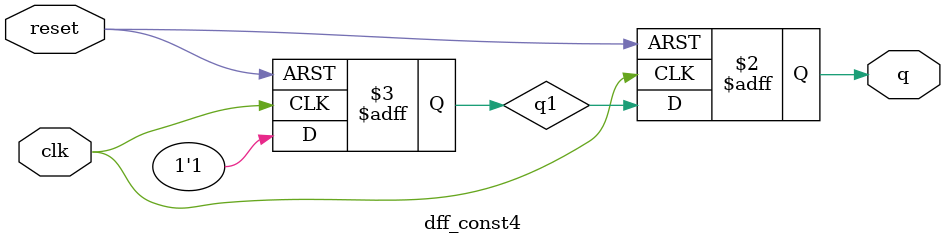
<source format=v>
module dff_const4(input clk, input reset, output reg q);
reg q1;

always @(posedge clk, posedge reset)
begin
	if(reset)
	begin
		q <= 1'b1;
		q1 <= 1'b1;
	end
	else
	begin
		q1 <= 1'b1;
		q <= q1;
	end
end

endmodule

</source>
